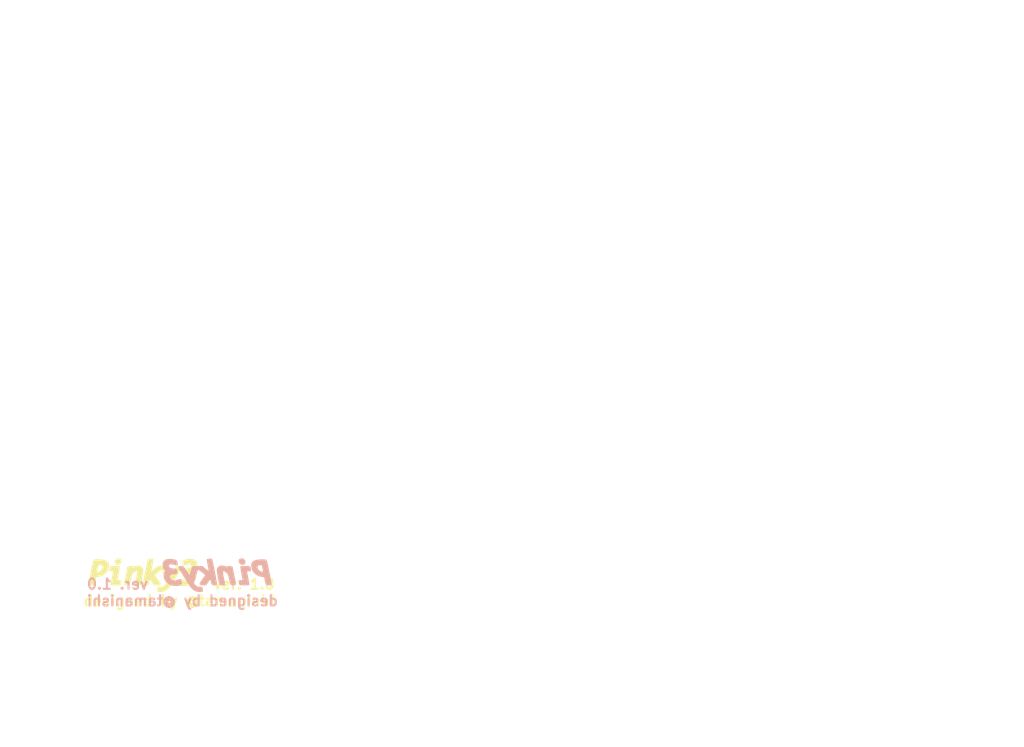
<source format=kicad_pcb>
(kicad_pcb (version 20171130) (host pcbnew "(5.1.4-0-10_14)")

  (general
    (thickness 1.6)
    (drawings 34)
    (tracks 0)
    (zones 0)
    (modules 2)
    (nets 1)
  )

  (page A4)
  (title_block
    (title "Pinky3 Bottom Plate Design")
    (date 2018-12-23)
    (rev 0.3)
    (company @tamanishi)
  )

  (layers
    (0 F.Cu signal)
    (31 B.Cu signal)
    (32 B.Adhes user)
    (33 F.Adhes user)
    (34 B.Paste user)
    (35 F.Paste user)
    (36 B.SilkS user)
    (37 F.SilkS user)
    (38 B.Mask user)
    (39 F.Mask user)
    (40 Dwgs.User user)
    (41 Cmts.User user)
    (42 Eco1.User user)
    (43 Eco2.User user)
    (44 Edge.Cuts user)
    (45 Margin user)
    (46 B.CrtYd user)
    (47 F.CrtYd user)
    (48 B.Fab user)
    (49 F.Fab user)
  )

  (setup
    (last_trace_width 0.25)
    (user_trace_width 0.5)
    (trace_clearance 0.2)
    (zone_clearance 0.508)
    (zone_45_only no)
    (trace_min 0.2)
    (via_size 0.6)
    (via_drill 0.4)
    (via_min_size 0.4)
    (via_min_drill 0.3)
    (uvia_size 0.4)
    (uvia_drill 0.3)
    (uvias_allowed no)
    (uvia_min_size 0.4)
    (uvia_min_drill 0.3)
    (edge_width 0.15)
    (segment_width 0.15)
    (pcb_text_width 0.3)
    (pcb_text_size 1.5 1.5)
    (mod_edge_width 0.15)
    (mod_text_size 1 1)
    (mod_text_width 0.15)
    (pad_size 5 5)
    (pad_drill 4.8)
    (pad_to_mask_clearance 0.2)
    (solder_mask_min_width 0.25)
    (aux_axis_origin 41 54.3)
    (visible_elements FFFFE77F)
    (pcbplotparams
      (layerselection 0x01000_7ffffffe)
      (usegerberextensions false)
      (usegerberattributes false)
      (usegerberadvancedattributes false)
      (creategerberjobfile false)
      (excludeedgelayer true)
      (linewidth 0.100000)
      (plotframeref false)
      (viasonmask false)
      (mode 1)
      (useauxorigin false)
      (hpglpennumber 1)
      (hpglpenspeed 20)
      (hpglpendiameter 15.000000)
      (psnegative false)
      (psa4output false)
      (plotreference true)
      (plotvalue true)
      (plotinvisibletext false)
      (padsonsilk false)
      (subtractmaskfromsilk false)
      (outputformat 3)
      (mirror false)
      (drillshape 0)
      (scaleselection 1)
      (outputdirectory "DXF/"))
  )

  (net 0 "")

  (net_class Default "This is the default net class."
    (clearance 0.2)
    (trace_width 0.25)
    (via_dia 0.6)
    (via_drill 0.4)
    (uvia_dia 0.4)
    (uvia_drill 0.3)
  )

  (module lib:pinky3 (layer B.Cu) (tedit 0) (tstamp 5C31D730)
    (at 61.5 130.4 180)
    (fp_text reference G*** (at 0 0 180) (layer B.SilkS) hide
      (effects (font (size 1.524 1.524) (thickness 0.3)) (justify mirror))
    )
    (fp_text value LOGO (at 0.75 0 180) (layer B.SilkS) hide
      (effects (font (size 1.524 1.524) (thickness 0.3)) (justify mirror))
    )
    (fp_poly (pts (xy -3.341841 2.400345) (xy -3.202176 2.298987) (xy -3.127329 2.153535) (xy -3.12007 1.983201)
      (xy -3.183166 1.807194) (xy -3.319388 1.644724) (xy -3.418767 1.572744) (xy -3.633118 1.485313)
      (xy -3.826454 1.494863) (xy -3.99011 1.597891) (xy -4.100092 1.76962) (xy -4.114703 1.959412)
      (xy -4.034953 2.153196) (xy -3.94208 2.265681) (xy -3.812069 2.377675) (xy -3.688628 2.427864)
      (xy -3.543554 2.4384) (xy -3.341841 2.400345)) (layer B.SilkS) (width 0.01))
    (fp_poly (pts (xy -0.482306 1.376166) (xy -0.251109 1.26555) (xy -0.172169 1.198329) (xy -0.075296 1.08678)
      (xy -0.010262 0.967467) (xy 0.024198 0.823746) (xy 0.029351 0.638972) (xy 0.006461 0.396503)
      (xy -0.043204 0.079693) (xy -0.074029 -0.091979) (xy -0.148844 -0.49881) (xy -0.209523 -0.81685)
      (xy -0.261481 -1.057009) (xy -0.310131 -1.230198) (xy -0.360888 -1.347327) (xy -0.419165 -1.419306)
      (xy -0.490375 -1.457046) (xy -0.579934 -1.471457) (xy -0.693255 -1.47345) (xy -0.759409 -1.4732)
      (xy -0.913398 -1.470639) (xy -1.02373 -1.454103) (xy -1.09409 -1.410308) (xy -1.128166 -1.325971)
      (xy -1.129645 -1.187809) (xy -1.102212 -0.98254) (xy -1.049556 -0.696879) (xy -1.0187 -0.539004)
      (xy -0.948236 -0.168361) (xy -0.900304 0.114328) (xy -0.87384 0.319932) (xy -0.867779 0.459319)
      (xy -0.881058 0.543358) (xy -0.909087 0.580917) (xy -0.975833 0.570451) (xy -1.092894 0.5098)
      (xy -1.234805 0.416453) (xy -1.376101 0.307901) (xy -1.491319 0.201635) (xy -1.532972 0.1524)
      (xy -1.578727 0.053293) (xy -1.635244 -0.124305) (xy -1.69638 -0.3587) (xy -1.755992 -0.628198)
      (xy -1.760868 -0.652411) (xy -1.815883 -0.90749) (xy -1.871402 -1.129796) (xy -1.921675 -1.298505)
      (xy -1.960953 -1.392798) (xy -1.967769 -1.401711) (xy -2.066486 -1.447558) (xy -2.223891 -1.47126)
      (xy -2.402827 -1.473024) (xy -2.566135 -1.453059) (xy -2.676658 -1.411569) (xy -2.691841 -1.397674)
      (xy -2.70874 -1.355301) (xy -2.712608 -1.275996) (xy -2.701948 -1.148644) (xy -2.675262 -0.962131)
      (xy -2.631054 -0.705344) (xy -2.567825 -0.367168) (xy -2.519044 -0.114974) (xy -2.451037 0.228252)
      (xy -2.386653 0.543121) (xy -2.329192 0.814279) (xy -2.281952 1.026375) (xy -2.248234 1.164053)
      (xy -2.235073 1.2065) (xy -2.199542 1.266794) (xy -2.140313 1.301227) (xy -2.032235 1.316867)
      (xy -1.850156 1.320782) (xy -1.828295 1.3208) (xy -1.623015 1.314638) (xy -1.501292 1.293919)
      (xy -1.445707 1.255297) (xy -1.441504 1.24651) (xy -1.406726 1.199459) (xy -1.340798 1.218533)
      (xy -1.303398 1.240849) (xy -1.030633 1.364649) (xy -0.749541 1.409477) (xy -0.482306 1.376166)) (layer B.SilkS) (width 0.01))
    (fp_poly (pts (xy -3.803067 1.319092) (xy -3.606005 1.312807) (xy -3.479164 1.300209) (xy -3.406871 1.279561)
      (xy -3.373459 1.249125) (xy -3.369948 1.241414) (xy -3.370941 1.172104) (xy -3.389134 1.022005)
      (xy -3.421246 0.809839) (xy -3.463998 0.554332) (xy -3.514109 0.274207) (xy -3.568298 -0.011811)
      (xy -3.623286 -0.284998) (xy -3.675792 -0.526629) (xy -3.691532 -0.59422) (xy -3.698453 -0.657051)
      (xy -3.666784 -0.69255) (xy -3.574863 -0.710891) (xy -3.421135 -0.72122) (xy -3.1242 -0.7366)
      (xy -3.135952 -1.010951) (xy -3.148699 -1.183663) (xy -3.179755 -1.30704) (xy -3.244057 -1.389342)
      (xy -3.356544 -1.438829) (xy -3.532152 -1.463762) (xy -3.785821 -1.4724) (xy -3.971868 -1.4732)
      (xy -4.248147 -1.47131) (xy -4.438776 -1.464425) (xy -4.559656 -1.450722) (xy -4.626689 -1.428376)
      (xy -4.655775 -1.395563) (xy -4.656105 -1.394718) (xy -4.654784 -1.327702) (xy -4.637389 -1.180715)
      (xy -4.607312 -0.973502) (xy -4.567945 -0.725812) (xy -4.52268 -0.45739) (xy -4.47491 -0.187982)
      (xy -4.428027 0.062664) (xy -4.385423 0.274803) (xy -4.35049 0.428688) (xy -4.33188 0.492634)
      (xy -4.358026 0.532466) (xy -4.475594 0.558477) (xy -4.605689 0.568834) (xy -4.9022 0.5842)
      (xy -4.895847 0.842382) (xy -4.888336 1.022499) (xy -4.866081 1.150572) (xy -4.814065 1.235473)
      (xy -4.71727 1.286074) (xy -4.560677 1.311247) (xy -4.329268 1.319865) (xy -4.086019 1.3208)
      (xy -3.803067 1.319092)) (layer B.SilkS) (width 0.01))
    (fp_poly (pts (xy -6.5913 2.284994) (xy -6.110983 2.269062) (xy -5.722103 2.220944) (xy -5.418523 2.136767)
      (xy -5.194105 2.01266) (xy -5.042711 1.844748) (xy -4.958205 1.629159) (xy -4.934447 1.36202)
      (xy -4.940307 1.243212) (xy -5.018676 0.872387) (xy -5.183754 0.53462) (xy -5.422792 0.242224)
      (xy -5.72304 0.007514) (xy -6.071747 -0.157196) (xy -6.456163 -0.239593) (xy -6.477521 -0.241446)
      (xy -6.65989 -0.260435) (xy -6.764446 -0.286602) (xy -6.814962 -0.328939) (xy -6.831395 -0.375318)
      (xy -6.852709 -0.482655) (xy -6.884298 -0.648559) (xy -6.910137 -0.7874) (xy -6.969529 -1.075438)
      (xy -7.026331 -1.273453) (xy -7.084594 -1.392805) (xy -7.144012 -1.443307) (xy -7.240918 -1.461384)
      (xy -7.391471 -1.470825) (xy -7.561029 -1.471826) (xy -7.714948 -1.464585) (xy -7.818584 -1.449302)
      (xy -7.840134 -1.439333) (xy -7.858874 -1.407561) (xy -7.868247 -1.351832) (xy -7.866869 -1.262634)
      (xy -7.853355 -1.130458) (xy -7.826323 -0.945796) (xy -7.784386 -0.699136) (xy -7.726161 -0.380969)
      (xy -7.650265 0.018213) (xy -7.56078 0.479873) (xy -7.547683 0.5461) (xy -6.652477 0.5461)
      (xy -6.613145 0.512686) (xy -6.508113 0.513906) (xy -6.366261 0.547282) (xy -6.284869 0.577653)
      (xy -6.063792 0.718902) (xy -5.915096 0.915512) (xy -5.857968 1.102015) (xy -5.857814 1.264656)
      (xy -5.918809 1.367378) (xy -6.054048 1.422051) (xy -6.230123 1.439375) (xy -6.470535 1.4478)
      (xy -6.560344 1.016) (xy -6.601149 0.816894) (xy -6.632849 0.656685) (xy -6.650483 0.560686)
      (xy -6.652477 0.5461) (xy -7.547683 0.5461) (xy -7.463829 0.97009) (xy -7.382031 1.367162)
      (xy -7.313708 1.678141) (xy -7.257183 1.910078) (xy -7.210778 2.070026) (xy -7.172814 2.165035)
      (xy -7.152828 2.194373) (xy -7.089723 2.239412) (xy -6.995241 2.267111) (xy -6.84687 2.281104)
      (xy -6.622101 2.285023) (xy -6.5913 2.284994)) (layer B.SilkS) (width 0.01))
    (fp_poly (pts (xy 7.095391 2.335455) (xy 7.322971 2.297945) (xy 7.458702 2.249947) (xy 7.677534 2.091276)
      (xy 7.816305 1.871124) (xy 7.872753 1.593364) (xy 7.874 1.540256) (xy 7.840438 1.228346)
      (xy 7.73115 0.960675) (xy 7.595732 0.772264) (xy 7.454467 0.604727) (xy 7.573813 0.47769)
      (xy 7.665574 0.316167) (xy 7.714239 0.091673) (xy 7.718542 -0.166178) (xy 7.677219 -0.427767)
      (xy 7.619767 -0.598882) (xy 7.469266 -0.851437) (xy 7.249832 -1.09677) (xy 6.991659 -1.305382)
      (xy 6.769554 -1.429523) (xy 6.576344 -1.488394) (xy 6.322157 -1.53177) (xy 6.043843 -1.556754)
      (xy 5.778252 -1.560447) (xy 5.562233 -1.539953) (xy 5.5118 -1.528432) (xy 5.300806 -1.466745)
      (xy 5.170761 -1.412185) (xy 5.104405 -1.345852) (xy 5.084475 -1.248844) (xy 5.09371 -1.102264)
      (xy 5.096646 -1.073862) (xy 5.119014 -0.897588) (xy 5.144177 -0.754087) (xy 5.160136 -0.693861)
      (xy 5.245021 -0.602144) (xy 5.397915 -0.577919) (xy 5.610394 -0.62174) (xy 5.708671 -0.657831)
      (xy 6.030305 -0.753372) (xy 6.307441 -0.763219) (xy 6.535341 -0.689001) (xy 6.709271 -0.532345)
      (xy 6.824497 -0.294882) (xy 6.831251 -0.271676) (xy 6.818314 -0.139591) (xy 6.740507 -0.021472)
      (xy 6.657565 0.058853) (xy 6.560631 0.105117) (xy 6.415906 0.129426) (xy 6.294163 0.138387)
      (xy 6.0478 0.153975) (xy 5.88613 0.173473) (xy 5.792468 0.20751) (xy 5.750128 0.266713)
      (xy 5.742427 0.361713) (xy 5.75113 0.484308) (xy 5.784958 0.706754) (xy 5.854179 0.849925)
      (xy 5.976921 0.929695) (xy 6.171308 0.961939) (xy 6.300222 0.9652) (xy 6.510458 0.9732)
      (xy 6.65275 1.00205) (xy 6.759843 1.059024) (xy 6.77527 1.07074) (xy 6.927295 1.217151)
      (xy 6.983266 1.344562) (xy 6.945554 1.459184) (xy 6.930375 1.477426) (xy 6.815768 1.550832)
      (xy 6.646301 1.570057) (xy 6.410726 1.535032) (xy 6.1828 1.472781) (xy 5.956673 1.410925)
      (xy 5.809659 1.396818) (xy 5.727917 1.437186) (xy 5.697608 1.53876) (xy 5.704582 1.705293)
      (xy 5.73099 1.879722) (xy 5.767466 2.025702) (xy 5.787952 2.076732) (xy 5.885852 2.165721)
      (xy 6.061914 2.239489) (xy 6.293518 2.295692) (xy 6.558045 2.331983) (xy 6.832876 2.34602)
      (xy 7.095391 2.335455)) (layer B.SilkS) (width 0.01))
    (fp_poly (pts (xy 1.297541 2.374133) (xy 1.421945 2.335953) (xy 1.46486 2.2987) (xy 1.475768 2.200777)
      (xy 1.457396 2.006142) (xy 1.409811 1.715354) (xy 1.367997 1.4986) (xy 1.316249 1.235911)
      (xy 1.272421 1.003675) (xy 1.240285 0.82263) (xy 1.223614 0.713514) (xy 1.22215 0.696821)
      (xy 1.245353 0.674814) (xy 1.322681 0.709769) (xy 1.460907 0.805793) (xy 1.6637 0.964487)
      (xy 2.1082 1.322732) (xy 2.843123 1.309066) (xy 3.578047 1.2954) (xy 3.76169 0.6858)
      (xy 3.833886 0.44675) (xy 3.896807 0.239532) (xy 3.94393 0.085553) (xy 3.96873 0.00622)
      (xy 3.969352 0.004343) (xy 4.002528 0.019082) (xy 4.078154 0.109977) (xy 4.187706 0.2653)
      (xy 4.322656 0.473321) (xy 4.39401 0.588543) (xy 4.53743 0.820256) (xy 4.665493 1.021312)
      (xy 4.767585 1.175489) (xy 4.833094 1.266564) (xy 4.848424 1.283101) (xy 4.924137 1.30111)
      (xy 5.068545 1.310061) (xy 5.2324 1.308501) (xy 5.41068 1.298646) (xy 5.511294 1.280449)
      (xy 5.558166 1.244171) (xy 5.57522 1.180075) (xy 5.576582 1.1684) (xy 5.560713 1.093036)
      (xy 5.501 0.957093) (xy 5.394716 0.755594) (xy 5.239138 0.483562) (xy 5.031539 0.136018)
      (xy 4.839062 -0.178814) (xy 4.591617 -0.580261) (xy 4.390393 -0.905402) (xy 4.228494 -1.164539)
      (xy 4.099022 -1.367976) (xy 3.995081 -1.526015) (xy 3.909774 -1.648958) (xy 3.836204 -1.747108)
      (xy 3.767474 -1.830768) (xy 3.696687 -1.910241) (xy 3.637007 -1.974458) (xy 3.36149 -2.213134)
      (xy 3.058474 -2.362543) (xy 2.708834 -2.430752) (xy 2.54 -2.437125) (xy 2.345548 -2.431335)
      (xy 2.186439 -2.416326) (xy 2.093958 -2.395195) (xy 2.08894 -2.39247) (xy 2.051825 -2.316694)
      (xy 2.043325 -2.179294) (xy 2.059279 -2.014812) (xy 2.095524 -1.857791) (xy 2.147898 -1.742774)
      (xy 2.170198 -1.718055) (xy 2.271886 -1.678501) (xy 2.447071 -1.655253) (xy 2.578977 -1.651)
      (xy 2.758509 -1.647981) (xy 2.874982 -1.627643) (xy 2.96694 -1.573063) (xy 3.072923 -1.467316)
      (xy 3.123245 -1.412013) (xy 3.33971 -1.173027) (xy 3.056377 -0.178699) (xy 2.948347 0.191445)
      (xy 2.861576 0.468089) (xy 2.794124 0.656648) (xy 2.744046 0.762536) (xy 2.709401 0.79117)
      (xy 2.70855 0.79088) (xy 2.643219 0.750204) (xy 2.523813 0.662831) (xy 2.369195 0.543906)
      (xy 2.198232 0.40857) (xy 2.02979 0.271968) (xy 1.882734 0.149242) (xy 1.77593 0.055534)
      (xy 1.728244 0.005989) (xy 1.727356 0.003302) (xy 1.755633 -0.046114) (xy 1.833037 -0.161576)
      (xy 1.948611 -0.327201) (xy 2.091396 -0.527106) (xy 2.132686 -0.5842) (xy 2.281906 -0.795612)
      (xy 2.406531 -0.982874) (xy 2.495348 -1.128321) (xy 2.537143 -1.214293) (xy 2.53893 -1.224026)
      (xy 2.503169 -1.342308) (xy 2.388077 -1.421295) (xy 2.187437 -1.463723) (xy 1.972491 -1.4732)
      (xy 1.590782 -1.4732) (xy 1.282359 -1.038421) (xy 1.139961 -0.838657) (xy 1.0448 -0.721406)
      (xy 0.982971 -0.688036) (xy 0.940571 -0.739917) (xy 0.903696 -0.878417) (xy 0.863464 -1.079657)
      (xy 0.813788 -1.270709) (xy 0.742058 -1.388353) (xy 0.625399 -1.449634) (xy 0.440936 -1.471598)
      (xy 0.335327 -1.4732) (xy 0.157176 -1.464638) (xy 0.054675 -1.434464) (xy 0.007104 -1.3843)
      (xy 0.005628 -1.315043) (xy 0.022711 -1.160321) (xy 0.055696 -0.934028) (xy 0.101927 -0.650059)
      (xy 0.158746 -0.322309) (xy 0.223497 0.035327) (xy 0.293524 0.408956) (xy 0.366169 0.784681)
      (xy 0.438776 1.148608) (xy 0.508689 1.486843) (xy 0.57325 1.785491) (xy 0.629803 2.030656)
      (xy 0.675692 2.208444) (xy 0.708258 2.304961) (xy 0.714479 2.315352) (xy 0.804984 2.363283)
      (xy 0.955022 2.388554) (xy 1.130554 2.391918) (xy 1.297541 2.374133)) (layer B.SilkS) (width 0.01))
  )

  (module lib:pinky3 (layer F.Cu) (tedit 0) (tstamp 5C31D788)
    (at 50.8 130.4)
    (fp_text reference G*** (at 0 0) (layer F.SilkS) hide
      (effects (font (size 1.524 1.524) (thickness 0.3)))
    )
    (fp_text value LOGO (at 0.75 0) (layer F.SilkS) hide
      (effects (font (size 1.524 1.524) (thickness 0.3)))
    )
    (fp_poly (pts (xy -3.341841 -2.400345) (xy -3.202176 -2.298987) (xy -3.127329 -2.153535) (xy -3.12007 -1.983201)
      (xy -3.183166 -1.807194) (xy -3.319388 -1.644724) (xy -3.418767 -1.572744) (xy -3.633118 -1.485313)
      (xy -3.826454 -1.494863) (xy -3.99011 -1.597891) (xy -4.100092 -1.76962) (xy -4.114703 -1.959412)
      (xy -4.034953 -2.153196) (xy -3.94208 -2.265681) (xy -3.812069 -2.377675) (xy -3.688628 -2.427864)
      (xy -3.543554 -2.4384) (xy -3.341841 -2.400345)) (layer F.SilkS) (width 0.01))
    (fp_poly (pts (xy -0.482306 -1.376166) (xy -0.251109 -1.26555) (xy -0.172169 -1.198329) (xy -0.075296 -1.08678)
      (xy -0.010262 -0.967467) (xy 0.024198 -0.823746) (xy 0.029351 -0.638972) (xy 0.006461 -0.396503)
      (xy -0.043204 -0.079693) (xy -0.074029 0.091979) (xy -0.148844 0.49881) (xy -0.209523 0.81685)
      (xy -0.261481 1.057009) (xy -0.310131 1.230198) (xy -0.360888 1.347327) (xy -0.419165 1.419306)
      (xy -0.490375 1.457046) (xy -0.579934 1.471457) (xy -0.693255 1.47345) (xy -0.759409 1.4732)
      (xy -0.913398 1.470639) (xy -1.02373 1.454103) (xy -1.09409 1.410308) (xy -1.128166 1.325971)
      (xy -1.129645 1.187809) (xy -1.102212 0.98254) (xy -1.049556 0.696879) (xy -1.0187 0.539004)
      (xy -0.948236 0.168361) (xy -0.900304 -0.114328) (xy -0.87384 -0.319932) (xy -0.867779 -0.459319)
      (xy -0.881058 -0.543358) (xy -0.909087 -0.580917) (xy -0.975833 -0.570451) (xy -1.092894 -0.5098)
      (xy -1.234805 -0.416453) (xy -1.376101 -0.307901) (xy -1.491319 -0.201635) (xy -1.532972 -0.1524)
      (xy -1.578727 -0.053293) (xy -1.635244 0.124305) (xy -1.69638 0.3587) (xy -1.755992 0.628198)
      (xy -1.760868 0.652411) (xy -1.815883 0.90749) (xy -1.871402 1.129796) (xy -1.921675 1.298505)
      (xy -1.960953 1.392798) (xy -1.967769 1.401711) (xy -2.066486 1.447558) (xy -2.223891 1.47126)
      (xy -2.402827 1.473024) (xy -2.566135 1.453059) (xy -2.676658 1.411569) (xy -2.691841 1.397674)
      (xy -2.70874 1.355301) (xy -2.712608 1.275996) (xy -2.701948 1.148644) (xy -2.675262 0.962131)
      (xy -2.631054 0.705344) (xy -2.567825 0.367168) (xy -2.519044 0.114974) (xy -2.451037 -0.228252)
      (xy -2.386653 -0.543121) (xy -2.329192 -0.814279) (xy -2.281952 -1.026375) (xy -2.248234 -1.164053)
      (xy -2.235073 -1.2065) (xy -2.199542 -1.266794) (xy -2.140313 -1.301227) (xy -2.032235 -1.316867)
      (xy -1.850156 -1.320782) (xy -1.828295 -1.3208) (xy -1.623015 -1.314638) (xy -1.501292 -1.293919)
      (xy -1.445707 -1.255297) (xy -1.441504 -1.24651) (xy -1.406726 -1.199459) (xy -1.340798 -1.218533)
      (xy -1.303398 -1.240849) (xy -1.030633 -1.364649) (xy -0.749541 -1.409477) (xy -0.482306 -1.376166)) (layer F.SilkS) (width 0.01))
    (fp_poly (pts (xy -3.803067 -1.319092) (xy -3.606005 -1.312807) (xy -3.479164 -1.300209) (xy -3.406871 -1.279561)
      (xy -3.373459 -1.249125) (xy -3.369948 -1.241414) (xy -3.370941 -1.172104) (xy -3.389134 -1.022005)
      (xy -3.421246 -0.809839) (xy -3.463998 -0.554332) (xy -3.514109 -0.274207) (xy -3.568298 0.011811)
      (xy -3.623286 0.284998) (xy -3.675792 0.526629) (xy -3.691532 0.59422) (xy -3.698453 0.657051)
      (xy -3.666784 0.69255) (xy -3.574863 0.710891) (xy -3.421135 0.72122) (xy -3.1242 0.7366)
      (xy -3.135952 1.010951) (xy -3.148699 1.183663) (xy -3.179755 1.30704) (xy -3.244057 1.389342)
      (xy -3.356544 1.438829) (xy -3.532152 1.463762) (xy -3.785821 1.4724) (xy -3.971868 1.4732)
      (xy -4.248147 1.47131) (xy -4.438776 1.464425) (xy -4.559656 1.450722) (xy -4.626689 1.428376)
      (xy -4.655775 1.395563) (xy -4.656105 1.394718) (xy -4.654784 1.327702) (xy -4.637389 1.180715)
      (xy -4.607312 0.973502) (xy -4.567945 0.725812) (xy -4.52268 0.45739) (xy -4.47491 0.187982)
      (xy -4.428027 -0.062664) (xy -4.385423 -0.274803) (xy -4.35049 -0.428688) (xy -4.33188 -0.492634)
      (xy -4.358026 -0.532466) (xy -4.475594 -0.558477) (xy -4.605689 -0.568834) (xy -4.9022 -0.5842)
      (xy -4.895847 -0.842382) (xy -4.888336 -1.022499) (xy -4.866081 -1.150572) (xy -4.814065 -1.235473)
      (xy -4.71727 -1.286074) (xy -4.560677 -1.311247) (xy -4.329268 -1.319865) (xy -4.086019 -1.3208)
      (xy -3.803067 -1.319092)) (layer F.SilkS) (width 0.01))
    (fp_poly (pts (xy -6.5913 -2.284994) (xy -6.110983 -2.269062) (xy -5.722103 -2.220944) (xy -5.418523 -2.136767)
      (xy -5.194105 -2.01266) (xy -5.042711 -1.844748) (xy -4.958205 -1.629159) (xy -4.934447 -1.36202)
      (xy -4.940307 -1.243212) (xy -5.018676 -0.872387) (xy -5.183754 -0.53462) (xy -5.422792 -0.242224)
      (xy -5.72304 -0.007514) (xy -6.071747 0.157196) (xy -6.456163 0.239593) (xy -6.477521 0.241446)
      (xy -6.65989 0.260435) (xy -6.764446 0.286602) (xy -6.814962 0.328939) (xy -6.831395 0.375318)
      (xy -6.852709 0.482655) (xy -6.884298 0.648559) (xy -6.910137 0.7874) (xy -6.969529 1.075438)
      (xy -7.026331 1.273453) (xy -7.084594 1.392805) (xy -7.144012 1.443307) (xy -7.240918 1.461384)
      (xy -7.391471 1.470825) (xy -7.561029 1.471826) (xy -7.714948 1.464585) (xy -7.818584 1.449302)
      (xy -7.840134 1.439333) (xy -7.858874 1.407561) (xy -7.868247 1.351832) (xy -7.866869 1.262634)
      (xy -7.853355 1.130458) (xy -7.826323 0.945796) (xy -7.784386 0.699136) (xy -7.726161 0.380969)
      (xy -7.650265 -0.018213) (xy -7.56078 -0.479873) (xy -7.547683 -0.5461) (xy -6.652477 -0.5461)
      (xy -6.613145 -0.512686) (xy -6.508113 -0.513906) (xy -6.366261 -0.547282) (xy -6.284869 -0.577653)
      (xy -6.063792 -0.718902) (xy -5.915096 -0.915512) (xy -5.857968 -1.102015) (xy -5.857814 -1.264656)
      (xy -5.918809 -1.367378) (xy -6.054048 -1.422051) (xy -6.230123 -1.439375) (xy -6.470535 -1.4478)
      (xy -6.560344 -1.016) (xy -6.601149 -0.816894) (xy -6.632849 -0.656685) (xy -6.650483 -0.560686)
      (xy -6.652477 -0.5461) (xy -7.547683 -0.5461) (xy -7.463829 -0.97009) (xy -7.382031 -1.367162)
      (xy -7.313708 -1.678141) (xy -7.257183 -1.910078) (xy -7.210778 -2.070026) (xy -7.172814 -2.165035)
      (xy -7.152828 -2.194373) (xy -7.089723 -2.239412) (xy -6.995241 -2.267111) (xy -6.84687 -2.281104)
      (xy -6.622101 -2.285023) (xy -6.5913 -2.284994)) (layer F.SilkS) (width 0.01))
    (fp_poly (pts (xy 7.095391 -2.335455) (xy 7.322971 -2.297945) (xy 7.458702 -2.249947) (xy 7.677534 -2.091276)
      (xy 7.816305 -1.871124) (xy 7.872753 -1.593364) (xy 7.874 -1.540256) (xy 7.840438 -1.228346)
      (xy 7.73115 -0.960675) (xy 7.595732 -0.772264) (xy 7.454467 -0.604727) (xy 7.573813 -0.47769)
      (xy 7.665574 -0.316167) (xy 7.714239 -0.091673) (xy 7.718542 0.166178) (xy 7.677219 0.427767)
      (xy 7.619767 0.598882) (xy 7.469266 0.851437) (xy 7.249832 1.09677) (xy 6.991659 1.305382)
      (xy 6.769554 1.429523) (xy 6.576344 1.488394) (xy 6.322157 1.53177) (xy 6.043843 1.556754)
      (xy 5.778252 1.560447) (xy 5.562233 1.539953) (xy 5.5118 1.528432) (xy 5.300806 1.466745)
      (xy 5.170761 1.412185) (xy 5.104405 1.345852) (xy 5.084475 1.248844) (xy 5.09371 1.102264)
      (xy 5.096646 1.073862) (xy 5.119014 0.897588) (xy 5.144177 0.754087) (xy 5.160136 0.693861)
      (xy 5.245021 0.602144) (xy 5.397915 0.577919) (xy 5.610394 0.62174) (xy 5.708671 0.657831)
      (xy 6.030305 0.753372) (xy 6.307441 0.763219) (xy 6.535341 0.689001) (xy 6.709271 0.532345)
      (xy 6.824497 0.294882) (xy 6.831251 0.271676) (xy 6.818314 0.139591) (xy 6.740507 0.021472)
      (xy 6.657565 -0.058853) (xy 6.560631 -0.105117) (xy 6.415906 -0.129426) (xy 6.294163 -0.138387)
      (xy 6.0478 -0.153975) (xy 5.88613 -0.173473) (xy 5.792468 -0.20751) (xy 5.750128 -0.266713)
      (xy 5.742427 -0.361713) (xy 5.75113 -0.484308) (xy 5.784958 -0.706754) (xy 5.854179 -0.849925)
      (xy 5.976921 -0.929695) (xy 6.171308 -0.961939) (xy 6.300222 -0.9652) (xy 6.510458 -0.9732)
      (xy 6.65275 -1.00205) (xy 6.759843 -1.059024) (xy 6.77527 -1.07074) (xy 6.927295 -1.217151)
      (xy 6.983266 -1.344562) (xy 6.945554 -1.459184) (xy 6.930375 -1.477426) (xy 6.815768 -1.550832)
      (xy 6.646301 -1.570057) (xy 6.410726 -1.535032) (xy 6.1828 -1.472781) (xy 5.956673 -1.410925)
      (xy 5.809659 -1.396818) (xy 5.727917 -1.437186) (xy 5.697608 -1.53876) (xy 5.704582 -1.705293)
      (xy 5.73099 -1.879722) (xy 5.767466 -2.025702) (xy 5.787952 -2.076732) (xy 5.885852 -2.165721)
      (xy 6.061914 -2.239489) (xy 6.293518 -2.295692) (xy 6.558045 -2.331983) (xy 6.832876 -2.34602)
      (xy 7.095391 -2.335455)) (layer F.SilkS) (width 0.01))
    (fp_poly (pts (xy 1.297541 -2.374133) (xy 1.421945 -2.335953) (xy 1.46486 -2.2987) (xy 1.475768 -2.200777)
      (xy 1.457396 -2.006142) (xy 1.409811 -1.715354) (xy 1.367997 -1.4986) (xy 1.316249 -1.235911)
      (xy 1.272421 -1.003675) (xy 1.240285 -0.82263) (xy 1.223614 -0.713514) (xy 1.22215 -0.696821)
      (xy 1.245353 -0.674814) (xy 1.322681 -0.709769) (xy 1.460907 -0.805793) (xy 1.6637 -0.964487)
      (xy 2.1082 -1.322732) (xy 2.843123 -1.309066) (xy 3.578047 -1.2954) (xy 3.76169 -0.6858)
      (xy 3.833886 -0.44675) (xy 3.896807 -0.239532) (xy 3.94393 -0.085553) (xy 3.96873 -0.00622)
      (xy 3.969352 -0.004343) (xy 4.002528 -0.019082) (xy 4.078154 -0.109977) (xy 4.187706 -0.2653)
      (xy 4.322656 -0.473321) (xy 4.39401 -0.588543) (xy 4.53743 -0.820256) (xy 4.665493 -1.021312)
      (xy 4.767585 -1.175489) (xy 4.833094 -1.266564) (xy 4.848424 -1.283101) (xy 4.924137 -1.30111)
      (xy 5.068545 -1.310061) (xy 5.2324 -1.308501) (xy 5.41068 -1.298646) (xy 5.511294 -1.280449)
      (xy 5.558166 -1.244171) (xy 5.57522 -1.180075) (xy 5.576582 -1.1684) (xy 5.560713 -1.093036)
      (xy 5.501 -0.957093) (xy 5.394716 -0.755594) (xy 5.239138 -0.483562) (xy 5.031539 -0.136018)
      (xy 4.839062 0.178814) (xy 4.591617 0.580261) (xy 4.390393 0.905402) (xy 4.228494 1.164539)
      (xy 4.099022 1.367976) (xy 3.995081 1.526015) (xy 3.909774 1.648958) (xy 3.836204 1.747108)
      (xy 3.767474 1.830768) (xy 3.696687 1.910241) (xy 3.637007 1.974458) (xy 3.36149 2.213134)
      (xy 3.058474 2.362543) (xy 2.708834 2.430752) (xy 2.54 2.437125) (xy 2.345548 2.431335)
      (xy 2.186439 2.416326) (xy 2.093958 2.395195) (xy 2.08894 2.39247) (xy 2.051825 2.316694)
      (xy 2.043325 2.179294) (xy 2.059279 2.014812) (xy 2.095524 1.857791) (xy 2.147898 1.742774)
      (xy 2.170198 1.718055) (xy 2.271886 1.678501) (xy 2.447071 1.655253) (xy 2.578977 1.651)
      (xy 2.758509 1.647981) (xy 2.874982 1.627643) (xy 2.96694 1.573063) (xy 3.072923 1.467316)
      (xy 3.123245 1.412013) (xy 3.33971 1.173027) (xy 3.056377 0.178699) (xy 2.948347 -0.191445)
      (xy 2.861576 -0.468089) (xy 2.794124 -0.656648) (xy 2.744046 -0.762536) (xy 2.709401 -0.79117)
      (xy 2.70855 -0.79088) (xy 2.643219 -0.750204) (xy 2.523813 -0.662831) (xy 2.369195 -0.543906)
      (xy 2.198232 -0.40857) (xy 2.02979 -0.271968) (xy 1.882734 -0.149242) (xy 1.77593 -0.055534)
      (xy 1.728244 -0.005989) (xy 1.727356 -0.003302) (xy 1.755633 0.046114) (xy 1.833037 0.161576)
      (xy 1.948611 0.327201) (xy 2.091396 0.527106) (xy 2.132686 0.5842) (xy 2.281906 0.795612)
      (xy 2.406531 0.982874) (xy 2.495348 1.128321) (xy 2.537143 1.214293) (xy 2.53893 1.224026)
      (xy 2.503169 1.342308) (xy 2.388077 1.421295) (xy 2.187437 1.463723) (xy 1.972491 1.4732)
      (xy 1.590782 1.4732) (xy 1.282359 1.038421) (xy 1.139961 0.838657) (xy 1.0448 0.721406)
      (xy 0.982971 0.688036) (xy 0.940571 0.739917) (xy 0.903696 0.878417) (xy 0.863464 1.079657)
      (xy 0.813788 1.270709) (xy 0.742058 1.388353) (xy 0.625399 1.449634) (xy 0.440936 1.471598)
      (xy 0.335327 1.4732) (xy 0.157176 1.464638) (xy 0.054675 1.434464) (xy 0.007104 1.3843)
      (xy 0.005628 1.315043) (xy 0.022711 1.160321) (xy 0.055696 0.934028) (xy 0.101927 0.650059)
      (xy 0.158746 0.322309) (xy 0.223497 -0.035327) (xy 0.293524 -0.408956) (xy 0.366169 -0.784681)
      (xy 0.438776 -1.148608) (xy 0.508689 -1.486843) (xy 0.57325 -1.785491) (xy 0.629803 -2.030656)
      (xy 0.675692 -2.208444) (xy 0.708258 -2.304961) (xy 0.714479 -2.315352) (xy 0.804984 -2.363283)
      (xy 0.955022 -2.388554) (xy 1.130554 -2.391918) (xy 1.297541 -2.374133)) (layer F.SilkS) (width 0.01))
  )

  (gr_circle (center 149 120.3) (end 150.23 120.3) (layer Edge.Cuts) (width 0.00001) (tstamp 5DBE92DF))
  (gr_circle (center 154.1 80.5) (end 155.33 80.5) (layer Edge.Cuts) (width 0.00001) (tstamp 5DBE92BE))
  (gr_circle (center 116 91.9) (end 117.23 91.9) (layer Edge.Cuts) (width 0.00001) (tstamp 5DBE92A2))
  (gr_circle (center 59.5 97.6) (end 60.73 97.6) (layer Edge.Cuts) (width 0.00001) (tstamp 5DBE9246))
  (gr_circle (center 59.5 78.55) (end 60.73 78.55) (layer Edge.Cuts) (width 0.00001))
  (gr_text "ver. 1.0\ndesigned by @tamanishi" (at 42.5 132.9) (layer B.SilkS) (tstamp 5C1F5076)
    (effects (font (size 1.5 1.5) (thickness 0.3)) (justify right mirror))
  )
  (gr_text "ver. 1.0\ndesigned by @tamanishi" (at 70 132.9) (layer F.SilkS)
    (effects (font (size 1.5 1.5) (thickness 0.3)) (justify right))
  )
  (dimension 100.8 (width 0.3) (layer F.CrtYd)
    (gr_text "100.800 mm" (at 35.637587 104.7 270) (layer F.CrtYd)
      (effects (font (size 1.5 1.5) (thickness 0.3)))
    )
    (feature1 (pts (xy 41 155.1) (xy 37.151166 155.1)))
    (feature2 (pts (xy 41 54.3) (xy 37.151166 54.3)))
    (crossbar (pts (xy 37.737587 54.3) (xy 37.737587 155.1)))
    (arrow1a (pts (xy 37.737587 155.1) (xy 37.151166 153.973496)))
    (arrow1b (pts (xy 37.737587 155.1) (xy 38.324008 153.973496)))
    (arrow2a (pts (xy 37.737587 54.3) (xy 37.151166 55.426504)))
    (arrow2b (pts (xy 37.737587 54.3) (xy 38.324008 55.426504)))
  )
  (gr_arc (start 174 102.1) (end 173.3 102.1) (angle -90) (layer Edge.Cuts) (width 0.00001) (tstamp 5C1DE061))
  (gr_line (start 176.7 103.6) (end 176.7 116.1) (layer Edge.Cuts) (width 0.00001))
  (gr_line (start 174 102.8) (end 175.9 102.8) (layer Edge.Cuts) (width 0.00001))
  (gr_line (start 116.1 136.3) (end 41.7 136.3) (layer Edge.Cuts) (width 0.00001))
  (gr_line (start 116.1 136.3) (end 117.1 136.3) (layer Edge.Cuts) (width 0.00001))
  (gr_line (start 168.9 133.7) (end 176.7 116.1) (layer Edge.Cuts) (width 0.00001))
  (dimension 137.1 (width 0.3) (layer F.CrtYd)
    (gr_text "137.100 mm" (at 109.55 48.3) (layer F.CrtYd)
      (effects (font (size 1.5 1.5) (thickness 0.3)))
    )
    (feature1 (pts (xy 178.1 54.3) (xy 178.1 49.813579)))
    (feature2 (pts (xy 41 54.3) (xy 41 49.813579)))
    (crossbar (pts (xy 41 50.4) (xy 178.1 50.4)))
    (arrow1a (pts (xy 178.1 50.4) (xy 176.973496 50.986421)))
    (arrow1b (pts (xy 178.1 50.4) (xy 176.973496 49.813579)))
    (arrow2a (pts (xy 41 50.4) (xy 42.126504 50.986421)))
    (arrow2b (pts (xy 41 50.4) (xy 42.126504 49.813579)))
  )
  (gr_arc (start 41.999999 60.699999) (end 41.8 59.7) (angle -69.2) (layer Edge.Cuts) (width 0.00001))
  (gr_arc (start 172.5 66.3) (end 173.3 66.2) (angle -75.7) (layer Edge.Cuts) (width 0.00001))
  (gr_arc (start 175.9 103.6) (end 176.7 103.6) (angle -90) (layer Edge.Cuts) (width 0.00001) (tstamp 5C024767))
  (gr_arc (start 169.1 154.5) (end 168.7 155.1) (angle -90) (layer Edge.Cuts) (width 0.00001))
  (gr_arc (start 177.2 140.1) (end 177.9 140.5) (angle -90) (layer Edge.Cuts) (width 0.00001))
  (gr_arc (start 41.7 135.6) (end 41 135.6) (angle -90) (layer Edge.Cuts) (width 0.00001))
  (gr_line (start 152.4 145.8) (end 153.1 146.1) (layer Edge.Cuts) (width 0.00001))
  (gr_arc (start 169.5 134) (end 168.9 133.7) (angle -90) (layer Edge.Cuts) (width 0.00001))
  (gr_line (start 134.6 139.4) (end 135.4 139.6) (layer Edge.Cuts) (width 0.00001))
  (gr_line (start 153.1 146.1) (end 168.7 155.1) (layer Edge.Cuts) (width 0.00001))
  (gr_line (start 135.4 139.6) (end 152.4 145.8) (layer Edge.Cuts) (width 0.00001))
  (gr_line (start 117.1 136.3) (end 134.6 139.4) (layer Edge.Cuts) (width 0.00001))
  (gr_line (start 177.9 140.5) (end 169.7 154.9) (layer Edge.Cuts) (width 0.00001))
  (gr_line (start 169.2 134.6) (end 177.6 139.4) (layer Edge.Cuts) (width 0.00001))
  (gr_line (start 173.3 66.2) (end 173.3 102.1) (layer Edge.Cuts) (width 0.00001))
  (gr_line (start 116.2 54.3) (end 172.6 65.5) (layer Edge.Cuts) (width 0.00001))
  (gr_line (start 98.1 54.3) (end 116.2 54.3) (layer Edge.Cuts) (width 0.00001))
  (gr_line (start 41.8 59.7) (end 98.1 54.3) (layer Edge.Cuts) (width 0.00001))
  (gr_line (start 41 135.6) (end 41 60.5) (layer Edge.Cuts) (width 0.00001))

)

</source>
